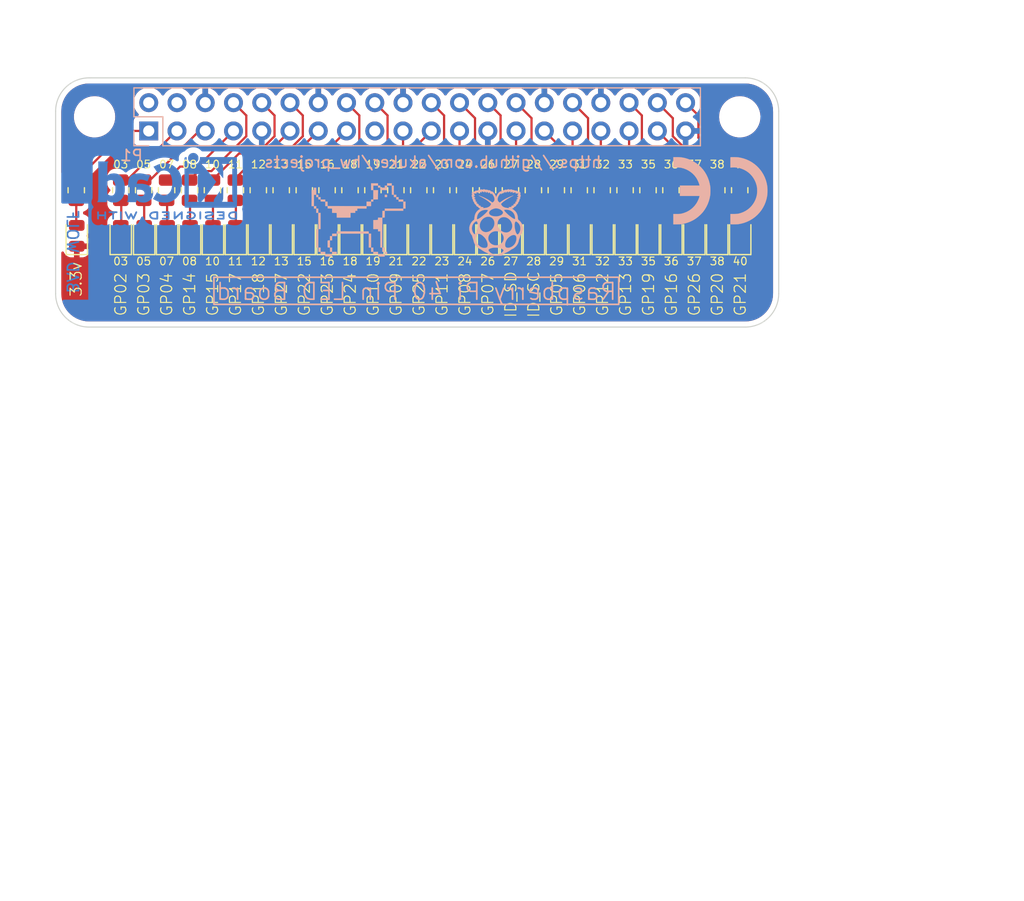
<source format=kicad_pcb>
(kicad_pcb (version 20211014) (generator pcbnew)
  (title_block (date "15 nov 2012"))
  (layers (0 "F.Cu" signal) (31 "B.Cu" signal) (34 "B.Paste" user) (35 "F.Paste" user) (36 "B.SilkS" user "B.Silkscreen") (37 "F.SilkS" user "F.Silkscreen") (38 "B.Mask" user) (39 "F.Mask" user) (44 "Edge.Cuts" user))
  (net 0 "")
  (net 1 "+3V3")
  (net 2 "+5V")
  (net 3 "GND")
  (net 4 "/ID_SD")
  (net 5 "/ID_SC")
  (net 6 "/GPIO5")
  (net 7 "/GPIO6")
  (net 8 "/GPIO26")
  (net 9 "/GPIO2(SDA1)")
  (net 10 "/GPIO3(SCL1)")
  (net 11 "/GPIO4(GCLK)")
  (net 12 "/GPIO14(TXD0)")
  (net 13 "/GPIO15(RXD0)")
  (net 14 "/GPIO17(GEN0)")
  (net 15 "/GPIO27(GEN2)")
  (net 16 "/GPIO22(GEN3)")
  (net 17 "/GPIO23(GEN4)")
  (net 18 "/GPIO24(GEN5)")
  (net 19 "/GPIO25(GEN6)")
  (net 20 "/GPIO18(GEN1)(PWM0)")
  (net 21 "/GPIO10(SPI0_MOSI)")
  (net 22 "/GPIO9(SPI0_MISO)")
  (net 23 "/GPIO11(SPI0_SCK)")
  (net 24 "/GPIO8(SPI0_CE_N)")
  (net 25 "/GPIO7(SPI1_CE_N)")
  (net 26 "/GPIO12(PWM0)")
  (net 27 "/GPIO13(PWM1)")
  (net 28 "/GPIO19(SPI1_MISO)")
  (net 29 "/GPIO16")
  (net 30 "/GPIO20(SPI1_MOSI)")
  (net 31 "/GPIO21(SPI1_SCK)")
  (net 32 "Net-(D1-Pad2)")
  (net 33 "Net-(D2-Pad2)")
  (net 34 "Net-(D3-Pad2)")
  (net 35 "Net-(D4-Pad2)")
  (net 36 "Net-(D5-Pad2)")
  (net 37 "Net-(D6-Pad2)")
  (net 38 "Net-(D7-Pad2)")
  (net 39 "Net-(D8-Pad2)")
  (net 40 "Net-(D9-Pad2)")
  (net 41 "Net-(D10-Pad2)")
  (net 42 "Net-(D11-Pad2)")
  (net 43 "Net-(D12-Pad2)")
  (net 44 "Net-(D13-Pad2)")
  (net 45 "Net-(D14-Pad2)")
  (net 46 "Net-(D15-Pad2)")
  (net 47 "Net-(D16-Pad2)")
  (net 48 "Net-(D17-Pad2)")
  (net 49 "Net-(D18-Pad2)")
  (net 50 "Net-(D19-Pad2)")
  (net 51 "Net-(D20-Pad2)")
  (net 52 "Net-(D21-Pad2)")
  (net 53 "Net-(D22-Pad2)")
  (net 54 "Net-(D23-Pad2)")
  (net 55 "Net-(D24-Pad2)")
  (net 56 "Net-(D25-Pad2)")
  (net 57 "Net-(D26-Pad2)")
  (net 58 "Net-(D27-Pad2)")
  (net 59 "Net-(D28-Pad2)")
  (net 60 "Net-(D29-Pad2)")
  (footprint "MountingHole:MountingHole_2.7mm_M2.5" (layer "F.Cu") (at 203.5 97.5 180)
    (fp_text reference "MK1" hide)
    (fp_text value "M2.5")
  )
  (footprint "MountingHole:MountingHole_2.7mm_M2.5" (layer "F.Cu") (at 261.5 97.5 180)
    (fp_text reference "MK2" hide)
    (fp_text value "M2.5")
  )
  (footprint "MountingHole:MountingHole_2.7mm_M2.5" (layer "F.Cu") (at 203.5 146.5)
    (fp_text reference "MK3" hide)
    (fp_text value "M2.5")
  )
  (footprint "MountingHole:MountingHole_2.7mm_M2.5" (layer "F.Cu") (at 261.5 146.5)
    (fp_text reference "MK4" hide)
    (fp_text value "M2.5")
  )
  (footprint "LED_SMD:LED_0805_2012Metric" (layer "F.Cu") (at 240.932138 108.2 90)
    (fp_text reference "D18" hide)
    (fp_text value "Yellow")
  )
  (footprint "LED_SMD:LED_0805_2012Metric" (layer "F.Cu") (at 236.81071 108.2 90)
    (fp_text reference "D16" hide)
    (fp_text value "Yellow")
  )
  (footprint "LED_SMD:LED_0805_2012Metric" (layer "F.Cu") (at 224.446426 108.2 90)
    (fp_text reference "D10" hide)
    (fp_text value "Yellow")
  )
  (footprint "Resistor_SMD:R_0805_2012Metric" (layer "F.Cu") (at 238.826424 104.1 -90)
    (fp_text reference "R17" hide)
    (fp_text value "10k")
  )
  (footprint "Resistor_SMD:R_0805_2012Metric" (layer "F.Cu") (at 214.097856 104.1 -90)
    (fp_text reference "R5" hide)
    (fp_text value "10k")
  )
  (footprint "LED_SMD:LED_0805_2012Metric" (layer "F.Cu") (at 257.41785 108.2 90)
    (fp_text reference "D26" hide)
    (fp_text value "Yellow")
  )
  (footprint "LED_SMD:LED_0805_2012Metric" (layer "F.Cu") (at 226.50714 108.2 90)
    (fp_text reference "D11" hide)
    (fp_text value "Yellow")
  )
  (footprint "LED_SMD:LED_0805_2012Metric" (layer "F.Cu") (at 205.855 108.2 90)
    (fp_text reference "D1" hide)
    (fp_text value "Yellow")
  )
  (footprint "Resistor_SMD:R_0805_2012Metric" (layer "F.Cu") (at 207.915714 104.1 -90)
    (fp_text reference "R2" hide)
    (fp_text value "10k")
  )
  (footprint "LED_SMD:LED_0805_2012Metric" (layer "F.Cu") (at 249.174994 108.2 90)
    (fp_text reference "D22" hide)
    (fp_text value "Yellow")
  )
  (footprint "Resistor_SMD:R_0805_2012Metric" (layer "F.Cu") (at 257.37285 104.1 -90)
    (fp_text reference "R26" hide)
    (fp_text value "10k")
  )
  (footprint "Resistor_SMD:R_0805_2012Metric" (layer "F.Cu") (at 228.522854 104.1 -90)
    (fp_text reference "R12" hide)
    (fp_text value "10k")
  )
  (footprint "LED_SMD:LED_0805_2012Metric" (layer "F.Cu") (at 201.9 108.2 90)
    (fp_text reference "D29" hide)
    (fp_text value "Yellow")
  )
  (footprint "Resistor_SMD:R_0805_2012Metric" (layer "F.Cu") (at 255.312136 104.1 -90)
    (fp_text reference "R25" hide)
    (fp_text value "10k")
  )
  (footprint "Resistor_SMD:R_0805_2012Metric" (layer "F.Cu") (at 226.46214 104.1 -90)
    (fp_text reference "R11" hide)
    (fp_text value "10k")
  )
  (footprint "LED_SMD:LED_0805_2012Metric" (layer "F.Cu") (at 230.628568 108.2 90)
    (fp_text reference "D13" hide)
    (fp_text value "Yellow")
  )
  (footprint "LED_SMD:LED_0805_2012Metric" (layer "F.Cu") (at 247.11428 108.2 90)
    (fp_text reference "D21" hide)
    (fp_text value "Yellow")
  )
  (footprint "Resistor_SMD:R_0805_2012Metric" (layer "F.Cu") (at 245.008566 104.1 -90)
    (fp_text reference "R20" hide)
    (fp_text value "10k")
  )
  (footprint "Resistor_SMD:R_0805_2012Metric" (layer "F.Cu") (at 224.401426 104.1 -90)
    (fp_text reference "R10" hide)
    (fp_text value "10k")
  )
  (footprint "Resistor_SMD:R_0805_2012Metric" (layer "F.Cu") (at 261.494278 104.1 -90)
    (fp_text reference "R28" hide)
    (fp_text value "10k")
  )
  (footprint "Resistor_SMD:R_0805_2012Metric" (layer "F.Cu") (at 259.433564 104.1 -90)
    (fp_text reference "R27" hide)
    (fp_text value "10k")
  )
  (footprint "Resistor_SMD:R_0805_2012Metric" (layer "F.Cu") (at 216.15857 104.1 -90)
    (fp_text reference "R6" hide)
    (fp_text value "10k")
  )
  (footprint "LED_SMD:LED_0805_2012Metric" (layer "F.Cu") (at 228.567854 108.2 90)
    (fp_text reference "D12" hide)
    (fp_text value "Yellow")
  )
  (footprint "LED_SMD:LED_0805_2012Metric" (layer "F.Cu") (at 259.478564 108.2 90)
    (fp_text reference "D27" hide)
    (fp_text value "Yellow")
  )
  (footprint "LED_SMD:LED_0805_2012Metric" (layer "F.Cu") (at 261.539278 108.2 90)
    (fp_text reference "D28" hide)
    (fp_text value "Yellow")
  )
  (footprint "LED_SMD:LED_0805_2012Metric" (layer "F.Cu") (at 222.385712 108.2 90)
    (fp_text reference "D9" hide)
    (fp_text value "Yellow")
  )
  (footprint "LED_SMD:LED_0805_2012Metric" (layer "F.Cu") (at 207.960714 108.2 90)
    (fp_text reference "D2" hide)
    (fp_text value "Yellow")
  )
  (footprint "Resistor_SMD:R_0805_2012Metric" (layer "F.Cu") (at 240.887138 104.1 -90)
    (fp_text reference "R18" hide)
    (fp_text value "10k")
  )
  (footprint "Resistor_SMD:R_0805_2012Metric" (layer "F.Cu") (at 201.855 104.1 -90)
    (fp_text reference "R29" hide)
    (fp_text value "10k")
  )
  (footprint "LED_SMD:LED_0805_2012Metric" (layer "F.Cu") (at 214.142856 108.2 90)
    (fp_text reference "D5" hide)
    (fp_text value "Yellow")
  )
  (footprint "Resistor_SMD:R_0805_2012Metric" (layer "F.Cu") (at 205.855 104.1 -90)
    (fp_text reference "R1" hide)
    (fp_text value "10k")
  )
  (footprint "LED_SMD:LED_0805_2012Metric" (layer "F.Cu") (at 212.082142 108.2 90)
    (fp_text reference "D4" hide)
    (fp_text value "Yellow")
  )
  (footprint "LED_SMD:LED_0805_2012Metric" (layer "F.Cu") (at 251.235708 108.2 90)
    (fp_text reference "D23" hide)
    (fp_text value "Yellow")
  )
  (footprint "Resistor_SMD:R_0805_2012Metric" (layer "F.Cu") (at 220.279998 104.1 -90)
    (fp_text reference "R8" hide)
    (fp_text value "10k")
  )
  (footprint "LED_SMD:LED_0805_2012Metric" (layer "F.Cu") (at 220.324998 108.2 90)
    (fp_text reference "D8" hide)
    (fp_text value "Yellow")
  )
  (footprint "LED_SMD:LED_0805_2012Metric" (layer "F.Cu") (at 210.021428 108.2 90)
    (fp_text reference "D3" hide)
    (fp_text value "Yellow")
  )
  (footprint "LED_SMD:LED_0805_2012Metric" (layer "F.Cu") (at 218.264284 108.2 90)
    (fp_text reference "D7" hide)
    (fp_text value "Yellow")
  )
  (footprint "Resistor_SMD:R_0805_2012Metric" (layer "F.Cu") (at 236.76571 104.1 -90)
    (fp_text reference "R16" hide)
    (fp_text value "10k")
  )
  (footprint "LED_SMD:LED_0805_2012Metric" (layer "F.Cu") (at 245.053566 108.2 90)
    (fp_text reference "D20" hide)
    (fp_text value "Yellow")
  )
  (footprint "LED_SMD:LED_0805_2012Metric" (layer "F.Cu") (at 253.296422 108.2 90)
    (fp_text reference "D24" hide)
    (fp_text value "Yellow")
  )
  (footprint "Resistor_SMD:R_0805_2012Metric" (layer "F.Cu") (at 242.947852 104.1 -90)
    (fp_text reference "R19" hide)
    (fp_text value "10k")
  )
  (footprint "Resistor_SMD:R_0805_2012Metric" (layer "F.Cu") (at 230.583568 104.1 -90)
    (fp_text reference "R13" hide)
    (fp_text value "10k")
  )
  (footprint "Resistor_SMD:R_0805_2012Metric" (layer "F.Cu") (at 209.976428 104.1 -90)
    (fp_text reference "R3" hide)
    (fp_text value "10k")
  )
  (footprint "Resistor_SMD:R_0805_2012Metric" (layer "F.Cu") (at 247.06928 104.1 -90)
    (fp_text reference "R21" hide)
    (fp_text value "10k")
  )
  (footprint "LED_SMD:LED_0805_2012Metric" (layer "F.Cu") (at 232.689282 108.2 90)
    (fp_text reference "D14" hide)
    (fp_text value "Yellow")
  )
  (footprint "Resistor_SMD:R_0805_2012Metric" (layer "F.Cu") (at 251.190708 104.1 -90)
    (fp_text reference "R23" hide)
    (fp_text value "10k")
  )
  (footprint "Resistor_SMD:R_0805_2012Metric" (layer "F.Cu") (at 234.704996 104.1 -90)
    (fp_text reference "R15" hide)
    (fp_text value "10k")
  )
  (footprint "Resistor_SMD:R_0805_2012Metric" (layer "F.Cu") (at 253.251422 104.1 -90)
    (fp_text reference "R24" hide)
    (fp_text value "10k")
  )
  (footprint "LED_SMD:LED_0805_2012Metric" (layer "F.Cu") (at 255.357136 108.2 90)
    (fp_text reference "D25" hide)
    (fp_text value "Yellow")
  )
  (footprint "LED_SMD:LED_0805_2012Metric" (layer "F.Cu") (at 234.749996 108.2 90)
    (fp_text reference "D15" hide)
    (fp_text value "Yellow")
  )
  (footprint "Resistor_SMD:R_0805_2012Metric" (layer "F.Cu") (at 222.355 104.1 -90)
    (fp_text reference "R9" hide)
    (fp_text value "10k")
  )
  (footprint "LED_SMD:LED_0805_2012Metric" (layer "F.Cu") (at 242.992852 108.2 90)
    (fp_text reference "D19" hide)
    (fp_text value "Yellow")
  )
  (footprint "Resistor_SMD:R_0805_2012Metric" (layer "F.Cu") (at 232.644282 104.1 -90)
    (fp_text reference "R14" hide)
    (fp_text value "10k")
  )
  (footprint "Resistor_SMD:R_0805_2012Metric" (layer "F.Cu") (at 218.219284 104.1 -90)
    (fp_text reference "R7" hide)
    (fp_text value "10k")
  )
  (footprint "LED_SMD:LED_0805_2012Metric" (layer "F.Cu") (at 216.20357 108.2 90)
    (fp_text reference "D6" hide)
    (fp_text value "Yellow")
  )
  (footprint "Resistor_SMD:R_0805_2012Metric" (layer "F.Cu") (at 249.129994 104.1 -90)
    (fp_text reference "R22" hide)
    (fp_text value "10k")
  )
  (footprint "LED_SMD:LED_0805_2012Metric" (layer "F.Cu") (at 238.871424 108.2 90)
    (fp_text reference "D17" hide)
    (fp_text value "Yellow")
  )
  (footprint "Resistor_SMD:R_0805_2012Metric" (layer "F.Cu") (at 212.037142 104.1 -90)
    (fp_text reference "R4" hide)
    (fp_text value "10k")
  )
  (footprint "Connector_PinSocket_2.54mm:PinSocket_2x20_P2.54mm_Vertical" (layer "B.Cu") (at 208.37 98.77 -90)
    (fp_text reference "P1")
    (fp_text value "Conn_02x20_Odd_Even")
  )
  (footprint "footprints:pi_logo" (layer "B.Cu") (at 239.6 107.05 180)
    (fp_text reference "G***" hide)
    (fp_text value "LOGO" hide)
  )
  (footprint "footprints:dogcow" (layer "B.Cu") (at 227.22 106.78 180)
    (fp_text reference "G***" hide)
    (fp_text value "LOGO" hide)
  )
  (footprint "Symbol:KiCad-Logo2_5mm_Copper" (layer "B.Cu") (at 210.03 103.73 180)
    (fp_text reference "REF**" hide)
    (fp_text value "KiCad-Logo2_5mm_Copper" hide)
  )
  (footprint "Symbol:CE-Logo_8.5x6mm_SilkScreen" (layer "B.Cu") (at 259.76 104.14 180)
    (fp_text reference "REF**" hide)
    (fp_text value "CE-Logo_8.5x6mm_SilkScreen" hide)
  )
  (gr_rect (start 250.62 111.92) (end 214.23 114.36) (layer "B.SilkS") (width 0.15) (fill none))
  (gr_arc (start 262 94) (mid 264.12132 94.87868) (end 265 97) (layer "Edge.Cuts") (width 0.1))
  (gr_line (start 262 94) (end 203 94) (layer "Edge.Cuts") (width 0.1))
  (gr_line (start 203 116.4) (end 262 116.4) (layer "Edge.Cuts") (width 0.1))
  (gr_arc (start 200 97) (mid 200.87868 94.87868) (end 203 94) (layer "Edge.Cuts") (width 0.1))
  (gr_arc (start 203 116.4) (mid 200.87868 115.52132) (end 200 113.4) (layer "Edge.Cuts") (width 0.1))
  (gr_arc (start 265 113.4) (mid 264.12132 115.52132) (end 262 116.4) (layer "Edge.Cuts") (width 0.1))
  (gr_line (start 265 113.4) (end 265 97) (layer "Edge.Cuts") (width 0.1))
  (gr_line (start 200 97) (end 200 113.4) (layer "Edge.Cuts") (width 0.1))
  (gr_text "BAD WOLF" (at 201.51 109.62 -90) (layer "B.Cu") (effects (font (size 1 1)) (justify mirror)))
  (gr_text "https://github.com/akuker/hw_projects" (at 233.91 101.57) (layer "B.SilkS") (effects (font (size 1 1)) (justify mirror)))
  (gr_text "Raspberry Pi 40 Pin LED Board" (at 232.43 113.21) (layer "B.SilkS") (effects (font (size 1.5 1.5)) (justify mirror)))
  (gr_text "GP09" (at 230.60356 113.47 90) (layer "F.SilkS") (effects (font (size 1 1) (thickness 0.1))))
  (gr_text "21" (at 230.59904 101.78) (layer "F.SilkS") (effects (font (size 0.7 0.7) (thickness 0.1))))
  (gr_text "12" (at 218.22476 110.49) (layer "F.SilkS") (effects (font (size 0.7 0.7) (thickness 0.1))))
  (gr_text "28" (at 242.97332 110.49) (layer "F.SilkS") (effects (font (size 0.7 0.7) (thickness 0.1))))
  (gr_text "21" (at 230.59904 110.49) (layer "F.SilkS") (effects (font (size 0.7 0.7) (thickness 0.1))))
  (gr_text "24" (at 236.78618 101.78) (layer "F.SilkS") (effects (font (size 0.7 0.7) (thickness 0.1))))
  (gr_text "23" (at 234.7238 101.78) (layer "F.SilkS") (effects (font (size 0.7 0.7) (thickness 0.1))))
  (gr_text "GP26" (at 257.4145 113.47 90) (layer "F.SilkS") (effects (font (size 1 1) (thickness 0.1))))
  (gr_text "13" (at 220.28714 110.49) (layer "F.SilkS") (effects (font (size 0.7 0.7) (thickness 0.1))))
  (gr_text "GP02" (at 205.855 113.47 90) (layer "F.SilkS") (effects (font (size 1 1) (thickness 0.1))))
  (gr_text "32" (at 249.16046 110.49) (layer "F.SilkS") (effects (font (size 0.7 0.7) (thickness 0.1))))
  (gr_text "3.3v" (at 201.84 112.11 90) (layer "F.SilkS") (effects (font (size 1 1) (thickness 0.1))))
  (gr_text "GP04" (at 209.97976 113.47 90) (layer "F.SilkS") (effects (font (size 1 1) (thickness 0.1))))
  (gr_text "18" (at 226.47428 101.78) (layer "F.SilkS") (effects (font (size 0.7 0.7) (thickness 0.1))))
  (gr_text "31" (at 247.09808 110.49) (layer "F.SilkS") (effects (font (size 0.7 0.7) (thickness 0.1))))
  (gr_text "29" (at 245.0357 110.49) (layer "F.SilkS") (effects (font (size 0.7 0.7) (thickness 0.1))))
  (gr_text "31" (at 247.09808 101.78) (layer "F.SilkS") (effects (font (size 0.7 0.7) (thickness 0.1))))
  (gr_text "33" (at 251.22284 101.78) (layer "F.SilkS") (effects (font (size 0.7 0.7) (thickness 0.1))))
  (gr_text "37" (at 257.40998 110.49) (layer "F.SilkS") (effects (font (size 0.7 0.7) (thickness 0.1))))
  (gr_text "GP13" (at 251.22736 113.47 90) (layer "F.SilkS") (effects (font (size 1 1) (thickness 0.1))))
  (gr_text "12" (at 218.22476 101.78) (layer "F.SilkS") (effects (font (size 0.7 0.7) (thickness 0.1))))
  (gr_text "40" (at 261.534758 101.78) (layer "F.SilkS") (effects (font (size 0.7 0.7) (thickness 0.1))))
  (gr_text "GP17" (at 216.1669 113.47 90) (layer "F.SilkS") (effects (font (size 1 1) (thickness 0.1))))
  (gr_text "19" (at 228.53666 101.78) (layer "F.SilkS") (effects (font (size 0.7 0.7) (thickness 0.1))))
  (gr_text "15" (at 222.34952 101.78) (layer "F.SilkS") (effects (font (size 0.7 0.7) (thickness 0.1))))
  (gr_text "GP23" (at 224.41642 113.47 90) (layer "F.SilkS") (effects (font (size 1 1) (thickness 0.1))))
  (gr_text "33" (at 251.22284 110.49) (layer "F.SilkS") (effects (font (size 0.7 0.7) (thickness 0.1))))
  (gr_text "13" (at 220.28714 101.78) (layer "F.SilkS") (effects (font (size 0.7 0.7) (thickness 0.1))))
  (gr_text "GP15" (at 214.10452 113.47 90) (layer "F.SilkS") (effects (font (size 1 1) (thickness 0.1))))
  (gr_text "07" (at 209.97524 110.49) (layer "F.SilkS") (effects (font (size 0.7 0.7) (thickness 0.1))))
  (gr_text "10" (at 214.1 101.78) (layer "F.SilkS") (effects (font (size 0.7 0.7) (thickness 0.1))))
  (gr_text "GP07" (at 238.85308 113.47 90) (layer "F.SilkS") (effects (font (size 1 1) (thickness 0.1))))
  (gr_text "38" (at 259.47236 101.78) (layer "F.SilkS") (effects (font (size 0.7 0.7) (thickness 0.1))))
  (gr_text "37" (at 257.40998 101.78) (layer "F.SilkS") (effects (font (size 0.7 0.7) (thickness 0.1))))
  (gr_text "03" (at 205.85048 110.49) (layer "F.SilkS") (effects (font (size 0.7 0.7) (thickness 0.1))))
  (gr_text "27" (at 240.91094 101.78) (layer "F.SilkS") (effects (font (size 0.7 0.7) (thickness 0.1))))
  (gr_text "GP08" (at 236.7907 113.47 90) (layer "F.SilkS") (effects (font (size 1 1) (thickness 0.1))))
  (gr_text "GP03" (at 207.91738 113.47 90) (layer "F.SilkS") (effects (font (size 1 1) (thickness 0.1))))
  (gr_text "GP20" (at 259.47688 113.47 90) (layer "F.SilkS") (effects (font (size 1 1) (thickness 0.1))))
  (gr_text "GP24" (at 226.4788 113.47 90) (layer "F.SilkS") (effects (font (size 1 1) (thickness 0.1))))
  (gr_text "ID_SD" (at 240.91546 113.47 90) (layer "F.SilkS") (effects (font (size 1 1) (thickness 0.1))))
  (gr_text "26" (at 238.84856 101.78) (layer "F.SilkS") (effects (font (size 0.7 0.7) (thickness 0.1))))
  (gr_text "24" (at 236.78618 110.49) (layer "F.SilkS") (effects (font (size 0.7 0.7) (thickness 0.1))))
  (gr_text "32" (at 249.16046 101.78) (layer "F.SilkS") (effects (font (size 0.7 0.7) (thickness 0.1))))
  (gr_text "03" (at 205.85048 101.78) (layer "F.SilkS") (effects (font (size 0.7 0.7) (thickness 0.1))))
  (gr_text "GP22" (at 222.35404 113.47 90) (layer "F.SilkS") (effects (font (size 1 1) (thickness 0.1))))
  (gr_text "05" (at 207.91286 110.49) (layer "F.SilkS") (effects (font (size 0.7 0.7) (thickness 0.1))))
  (gr_text "GP21" (at 261.539278 113.47 90) (layer "F.SilkS") (effects (font (size 1 1) (thickness 0.1))))
  (gr_text "GP16" (at 255.35212 113.47 90) (layer "F.SilkS") (effects (font (size 1 1) (thickness 0.1))))
  (gr_text "16" (at 224.4119 110.49) (layer "F.SilkS") (effects (font (size 0.7 0.7) (thickness 0.1))))
  (gr_text "15" (at 222.34952 110.49) (layer "F.SilkS") (effects (font (size 0.7 0.7) (thickness 0.1))))
  (gr_text "16" (at 224.4119 101.78) (layer "F.SilkS") (effects (font (size 0.7 0.7) (thickness 0.1))))
  (gr_text "22" (at 232.66142 101.78) (layer "F.SilkS") (effects (font (size 0.7 0.7) (thickness 0.1))))
  (gr_text "36" (at 255.3476 110.49) (layer "F.SilkS") (effects (font (size 0.7 0.7) (thickness 0.1))))
  (gr_text "35" (at 253.28522 101.78) (layer "F.SilkS") (effects (font (size 0.7 0.7) (thickness 0.1))))
  (gr_text "26" (at 238.84856 110.49) (layer "F.SilkS") (effects (font (size 0.7 0.7) (thickness 0.1))))
  (gr_text "GP06" (at 247.1026 113.47 90) (layer "F.SilkS") (effects (font (size 1 1) (thickness 0.1))))
  (gr_text "GP18" (at 218.22928 113.47 90) (layer "F.SilkS") (effects (font (size 1 1) (thickness 0.1))))
  (gr_text "27" (at 240.91094 110.49) (layer "F.SilkS") (effects (font (size 0.7 0.7) (thickness 0.1))))
  (gr_text "GP10" (at 228.54118 113.47 90) (layer "F.SilkS") (effects (font (size 1 1) (thickness 0.1))))
  (gr_text "11" (at 216.16238 110.49) (layer "F.SilkS") (effects (font (size 0.7 0.7) (thickness 0.1))))
  (gr_text "GP05" (at 245.04022 113.47 90) (layer "F.SilkS") (effects (font (size 1 1) (thickness 0.1))))
  (gr_text "GP14" (at 212.04214 113.47 90) (layer "F.SilkS") (effects (font (size 1 1) (thickness 0.1))))
  (gr_text "38" (at 259.47236 110.49) (layer "F.SilkS") (effects (font (size 0.7 0.7) (thickness 0.1))))
  (gr_text "18" (at 226.47428 110.49) (layer "F.SilkS") (effects (font (size 0.7 0.7) (thickness 0.1))))
  (gr_text "08" (at 212.03762 110.49) (layer "F.SilkS") (effects (font (size 0.7 0.7) (thickness 0.1))))
  (gr_text "23" (at 234.7238 110.49) (layer "F.SilkS") (effects (font (size 0.7 0.7) (thickness 0.1))))
  (gr_text "GP27" (at 220.29166 113.47 90) (layer "F.SilkS") (effects (font (size 1 1) (thickness 0.1))))
  (gr_text "10" (at 214.1 110.49) (layer "F.SilkS") (effects (font (size 0.7 0.7) (thickness 0.1))))
  (gr_text "29" (at 245.0357 101.78) (layer "F.SilkS") (effects (font (size 0.7 0.7) (thickness 0.1))))
  (gr_text "36" (at 255.3476 101.78) (layer "F.SilkS") (effects (font (size 0.7 0.7) (thickness 0.1))))
  (gr_text "05" (at 207.91286 101.78) (layer "F.SilkS") (effects (font (size 0.7 0.7) (thickness 0.1))))
  (gr_text "19" (at 228.53666 110.49) (layer "F.SilkS") (effects (font (size 0.7 0.7) (thickness 0.1))))
  (gr_text "35" (at 253.28522 110.49) (layer "F.SilkS") (effects (font (size 0.7 0.7) (thickness 0.1))))
  (gr_text "GP25" (at 232.66594 113.47 90) (layer "F.SilkS") (effects (font (size 1 1) (thickness 0.1))))
  (gr_text "28" (at 242.97332 101.78) (layer "F.SilkS") (effects (font (size 0.7 0.7) (thickness 0.1))))
  (gr_text "GP19" (at 253.28974 113.47 90) (layer "F.SilkS") (effects (font (size 1 1) (thickness 0.1))))
  (gr_text "GP12" (at 249.16498 113.47 90) (layer "F.SilkS") (effects (font (size 1 1) (thickness 0.1))))
  (gr_text "07" (at 209.97524 101.78) (layer "F.SilkS") (effects (font (size 0.7 0.7) (thickness 0.1))))
  (gr_text "40" (at 261.534758 110.49) (layer "F.SilkS") (effects (font (size 0.7 0.7) (thickness 0.1))))
  (gr_text "ID_SC" (at 242.97784 113.47 90) (layer "F.SilkS") (effects (font (size 1 1) (thickness 0.1))))
  (gr_text "22" (at 232.66142 110.49) (layer "F.SilkS") (effects (font (size 0.7 0.7) (thickness 0.1))))
  (gr_text "08" (at 212.03762 101.78) (layer "F.SilkS") (effects (font (size 0.7 0.7) (thickness 0.1))))
  (gr_text "GP11" (at 234.72832 113.47 90) (layer "F.SilkS") (effects (font (size 1 1) (thickness 0.1))))
  (gr_text "11" (at 216.16238 101.78) (layer "F.SilkS") (effects (font (size 0.7 0.7) (thickness 0.1))))
  (segment (start 208.37 98.77) (end 206.2725 98.77) (width 0.2) (layer "F.Cu") (net 1))
  (segment (start 206.2725 98.77) (end 201.855 103.1875) (width 0.2) (layer "F.Cu") (net 1))
  (segment (start 241.39 98.77) (end 241.39 102.684638) (width 0.2) (layer "F.Cu") (net 4))
  (segment (start 241.39 102.684638) (end 240.887138 103.1875) (width 0.2) (layer "F.Cu") (net 4))
  (segment (start 242.780489 103.020137) (end 242.947852 103.1875) (width 0.2) (layer "F.Cu") (net 5))
  (segment (start 242.780489 97.620489) (end 242.780489 103.020137) (width 0.2) (layer "F.Cu") (net 5))
  (segment (start 241.39 96.23) (end 242.780489 97.620489) (width 0.2) (layer "F.Cu") (net 5))
  (segment (start 245.008566 99.848566) (end 245.008566 103.1875) (width 0.2) (layer "F.Cu") (net 6))
  (segment (start 243.93 98.77) (end 245.008566 99.848566) (width 0.2) (layer "F.Cu") (net 6))
  (segment (start 246.47 98.77) (end 246.47 102.58822) (width 0.2) (layer "F.Cu") (net 7))
  (segment (start 246.47 102.58822) (end 247.06928 103.1875) (width 0.2) (layer "F.Cu") (net 7))
  (segment (start 254.09 98.77) (end 257.37285 102.05285) (width 0.2) (layer "F.Cu") (net 8))
  (segment (start 257.37285 102.05285) (end 257.37285 103.1875) (width 0.2) (layer "F.Cu") (net 8))
  (segment (start 210.91 98.77) (end 210.843576 98.77) (width 0.2) (layer "F.Cu") (net 9))
  (segment (start 206.426076 103.1875) (end 205.855 103.1875) (width 0.2) (layer "F.Cu") (net 9))
  (segment (start 210.843576 98.77) (end 206.426076 103.1875) (width 0.2) (layer "F.Cu") (net 9))
  (segment (start 213.45 98.77) (end 212.90429 98.77) (width 0.2) (layer "F.Cu") (net 10))
  (segment (start 208.48679 103.1875) (end 207.915714 103.1875) (width 0.2) (layer "F.Cu") (net 10))
  (segment (start 212.90429 98.77) (end 208.48679 103.1875) (width 0.2) (layer "F.Cu") (net 10))
  (segment (start 212.784031 101.975969) (end 215.99 98.77) (width 0.2) (layer "F.Cu") (net 11))
  (segment (start 211.187959 101.975969) (end 212.784031 101.975969) (width 0.2) (layer "F.Cu") (net 11))
  (segment (start 209.976428 103.1875) (end 211.187959 101.975969) (width 0.2) (layer "F.Cu") (net 11))
  (segment (start 214.010175 102.37548) (end 212.849162 102.37548) (width 0.2) (layer "F.Cu") (net 12))
  (segment (start 212.849162 102.37548) (end 212.037142 103.1875) (width 0.2) (layer "F.Cu") (net 12))
  (segment (start 217.139511 97.379511) (end 217.139511 99.246144) (width 0.2) (layer "F.Cu") (net 12))
  (segment (start 215.99 96.23) (end 217.139511 97.379511) (width 0.2) (layer "F.Cu") (net 12))
  (segment (start 217.139511 99.246144) (end 214.010175 102.37548) (width 0.2) (layer "F.Cu") (net 12))
  (segment (start 219.679511 97.379511) (end 219.679511 99.246144) (width 0.2) (layer "F.Cu") (net 13))
  (segment (start 218.125166 100.800489) (end 216.484867 100.800489) (width 0.2) (layer "F.Cu") (net 13))
  (segment (start 218.53 96.23) (end 219.679511 97.379511) (width 0.2) (layer "F.Cu") (net 13))
  (segment (start 219.679511 99.246144) (end 218.125166 100.800489) (width 0.2) (layer "F.Cu") (net 13))
  (segment (start 216.484867 100.800489) (end 214.097856 103.1875) (width 0.2) (layer "F.Cu") (net 13))
  (segment (start 218.64 101.2) (end 218 101.2) (width 0.2) (layer "F.Cu") (net 14))
  (segment (start 221.07 98.77) (end 218.64 101.2) (width 0.2) (layer "F.Cu") (net 14))
  (segment (start 218 101.2) (end 216.15857 103.04143) (width 0.2) (layer "F.Cu") (net 14))
  (segment (start 216.15857 103.04143) (end 216.15857 103.1875) (width 0.2) (layer "F.Cu") (net 14))
  (segment (start 223.61 98.77) (end 220.279998 102.100002) (width 0.2) (layer "F.Cu") (net 15))
  (segment (start 220.279998 102.100002) (end 220.279998 103.1875) (width 0.2) (layer "F.Cu") (net 15))
  (segment (start 226.15 98.77) (end 222.355 102.565) (width 0.2) (layer "F.Cu") (net 16))
  (segment (start 222.355 102.565) (end 222.355 103.1875) (width 0.2) (layer "F.Cu") (net 16))
  (segment (start 227.299511 97.379511) (end 227.299511 100.289415) (width 0.2) (layer "F.Cu") (net 17))
  (segment (start 226.15 96.23) (end 227.299511 97.379511) (width 0.2) (layer "F.Cu") (net 17))
  (segment (start 227.299511 100.289415) (end 224.401426 103.1875) (width 0.2) (layer "F.Cu") (net 17))
  (segment (start 228.69 96.23) (end 229.839511 97.379511) (width 0.2) (layer "F.Cu") (net 18))
  (segment (start 229.839511 97.379511) (end 229.839511 99.810129) (width 0.2) (layer "F.Cu") (net 18))
  (segment (start 229.839511 99.810129) (end 226.46214 103.1875) (width 0.2) (layer "F.Cu") (net 18))
  (segment (start 234.919511 100.912271) (end 232.644282 103.1875) (width 0.2) (layer "F.Cu") (net 19))
  (segment (start 234.919511 97.379511) (end 234.919511 100.912271) (width 0.2) (layer "F.Cu") (net 19))
  (segment (start 233.77 96.23) (end 234.919511 97.379511) (width 0.2) (layer "F.Cu") (net 19))
  (segment (start 221.07 96.23) (end 222.219511 97.379511) (width 0.2) (layer "F.Cu") (net 20))
  (segment (start 222.219511 97.379511) (end 222.219511 99.246144) (width 0.2) (layer "F.Cu") (net 20))
  (segment (start 218.278155 103.1875) (end 218.219284 103.1875) (width 0.2) (layer "F.Cu") (net 20))
  (segment (start 222.219511 99.246144) (end 218.278155 103.1875) (width 0.2) (layer "F.Cu") (net 20))
  (segment (start 231.23 100.07) (end 228.522854 102.777146) (width 0.2) (layer "F.Cu") (net 21))
  (segment (start 228.522854 102.777146) (end 228.522854 103.1875) (width 0.2) (layer "F.Cu") (net 21))
  (segment (start 231.23 98.77) (end 231.23 100.07) (width 0.2) (layer "F.Cu") (net 21))
  (segment (start 230.583568 101.956432) (end 230.583568 103.1875) (width 0.2) (layer "F.Cu") (net 22))
  (segment (start 233.77 98.77) (end 230.583568 101.956432) (width 0.2) (layer "F.Cu") (net 22))
  (segment (start 236.31 101.582496) (end 234.704996 103.1875) (width 0.2) (layer "F.Cu") (net 23))
  (segment (start 236.31 98.77) (end 236.31 101.582496) (width 0.2) (layer "F.Cu") (net 23))
  (segment (start 237.700489 97.620489) (end 237.700489 102.252721) (width 0.2) (layer "F.Cu") (net 24))
  (segment (start 237.700489 102.252721) (end 236.76571 103.1875) (width 0.2) (layer "F.Cu") (net 24))
  (segment (start 236.31 96.23) (end 237.700489 97.620489) (width 0.2) (layer "F.Cu") (net 24))
  (segment (start 239.999511 102.014413) (end 238.826424 103.1875) (width 0.2) (layer "F.Cu") (net 25))
  (segment (start 238.85 96.23) (end 239.999511 97.379511) (width 0.2) (layer "F.Cu") (net 25))
  (segment (start 239.999511 97.379511) (end 239.999511 102.014413) (width 0.2) (layer "F.Cu") (net 25))
  (segment (start 246.47 96.23) (end 247.860489 97.620489) (width 0.2) (layer "F.Cu") (net 26))
  (segment (start 247.860489 101.917995) (end 249.129994 103.1875) (width 0.2) (layer "F.Cu") (net 26))
  (segment (start 247.860489 97.620489) (end 247.860489 101.917995) (width 0.2) (layer "F.Cu") (net 26))
  (segment (start 249.01 98.77) (end 249.01 101.006792) (width 0.2) (layer "F.Cu") (net 27))
  (segment (start 249.01 101.006792) (end 251.190708 103.1875) (width 0.2) (layer "F.Cu") (net 27))
  (segment (start 251.55 101.486078) (end 253.251422 103.1875) (width 0.2) (layer "F.Cu") (net 28))
  (segment (start 251.55 98.77) (end 251.55 101.486078) (width 0.2) (layer "F.Cu") (net 28))
  (segment (start 251.55 96.23) (end 252.699511 97.379511) (width 0.2) (layer "F.Cu") (net 29))
  (segment (start 252.699511 100.574875) (end 255.312136 103.1875) (width 0.2) (layer "F.Cu") (net 29))
  (segment (start 252.699511 97.379511) (end 252.699511 100.574875) (width 0.2) (layer "F.Cu") (net 29))
  (segment (start 255.480489 97.620489) (end 255.480489 99.246144) (width 0.2) (layer "F.Cu") (net 30))
  (segment (start 255.480489 99.246144) (end 259.421845 103.1875) (width 0.2) (layer "F.Cu") (net 30))
  (segment (start 259.421845 103.1875) (end 259.433564 103.1875) (width 0.2) (layer "F.Cu") (net 30))
  (segment (start 254.09 96.23) (end 255.480489 97.620489) (width 0.2) (layer "F.Cu") (net 30))
  (segment (start 257.779511 97.379511) (end 257.779511 99.379511) (width 0.2) (layer "F.Cu") (net 31))
  (segment (start 256.63 96.23) (end 257.779511 97.379511) (width 0.2) (layer "F.Cu") (net 31))
  (segment (start 257.779511 99.379511) (end 261.494278 103.094278) (width 0.2) (layer "F.Cu") (net 31))
  (segment (start 261.494278 103.094278) (end 261.494278 103.1875) (width 0.2) (layer "F.Cu") (net 31))
  (segment (start 205.9 105.0575) (end 205.855 105.0125) (width 0.2) (layer "F.Cu") (net 32))
  (segment (start 205.9 107.2625) (end 205.9 105.0575) (width 0.2) (layer "F.Cu") (net 32))
  (segment (start 207.960714 107.2625) (end 207.960714 105.0575) (width 0.2) (layer "F.Cu") (net 33))
  (segment (start 207.960714 105.0575) (end 207.915714 105.0125) (width 0.2) (layer "F.Cu") (net 33))
  (segment (start 210.021428 105.0575) (end 209.976428 105.0125) (width 0.2) (layer "F.Cu") (net 34))
  (segment (start 210.021428 107.2625) (end 210.021428 105.0575) (width 0.2) (layer "F.Cu") (net 34))
  (segment (start 212.082142 107.2625) (end 212.082142 105.0575) (width 0.2) (layer "F.Cu") (net 35))
  (segment (start 212.082142 105.0575) (end 212.037142 105.0125) (width 0.2) (layer "F.Cu") (net 35))
  (segment (start 214.142856 107.2625) (end 214.142856 105.0575) (width 0.2) (layer "F.Cu") (net 36))
  (segment (start 214.142856 105.0575) (end 214.097856 105.0125) (width 0.2) (layer "F.Cu") (net 36))
  (segment (start 216.20357 107.2625) (end 216.20357 105.0575) (width 0.2) (layer "F.Cu") (net 37))
  (segment (start 216.20357 105.0575) (end 216.15857 105.0125) (width 0.2) (layer "F.Cu") (net 37))
  (segment (start 218.264284 107.2625) (end 218.264284 105.0575) (width 0.2) (layer "F.Cu") (net 38))
  (segment (start 218.264284 105.0575) (end 218.219284 105.0125) (width 0.2) (layer "F.Cu") (net 38))
  (segment (start 220.324998 105.0575) (end 220.279998 105.0125) (width 0.2) (layer "F.Cu") (net 39))
  (segment (start 220.324998 107.2625) (end 220.324998 105.0575) (width 0.2) (layer "F.Cu") (net 39))
  (segment (start 222.385712 105.043212) (end 222.355 105.0125) (width 0.2) (layer "F.Cu") (net 40))
  (segment (start 222.385712 107.2625) (end 222.385712 105.043212) (width 0.2) (layer "F.Cu") (net 40))
  (segment (start 224.446426 105.0575) (end 224.401426 105.0125) (width 0.2) (layer "F.Cu") (net 41))
  (segment (start 224.446426 107.2625) (end 224.446426 105.0575) (width 0.2) (layer "F.Cu") (net 41))
  (segment (start 226.50714 107.2625) (end 226.50714 105.0575) (width 0.2) (layer "F.Cu") (net 42))
  (segment (start 226.50714 105.0575) (end 226.46214 105.0125) (width 0.2) (layer "F.Cu") (net 42))
  (segment (start 228.567854 105.0575) (end 228.522854 105.0125) (width 0.2) (layer "F.Cu") (net 43))
  (segment (start 228.567854 107.2625) (end 228.567854 105.0575) (width 0.2) (layer "F.Cu") (net 43))
  (segment (start 230.628568 105.0575) (end 230.583568 105.0125) (width 0.2) (layer "F.Cu") (net 44))
  (segment (start 230.628568 107.2625) (end 230.628568 105.0575) (width 0.2) (layer "F.Cu") (net 44))
  (segment (start 232.689282 107.2625) (end 232.689282 105.0575) (width 0.2) (layer "F.Cu") (net 45))
  (segment (start 232.689282 105.0575) (end 232.644282 105.0125) (width 0.2) (layer "F.Cu") (net 45))
  (segment (start 234.749996 105.0575) (end 234.704996 105.0125) (width 0.2) (layer "F.Cu") (net 46))
  (segment (start 234.749996 107.2625) (end 234.749996 105.0575) (width 0.2) (layer "F.Cu") (net 46))
  (segment (start 236.81071 107.2625) (end 236.81071 105.0575) (width 0.2) (layer "F.Cu") (net 47))
  (segment (start 236.81071 105.0575) (end 236.76571 105.0125) (width 0.2) (layer "F.Cu") (net 47))
  (segment (start 238.871424 105.0575) (end 238.826424 105.0125) (width 0.2) (layer "F.Cu") (net 48))
  (segment (start 238.871424 107.2625) (end 238.871424 105.0575) (width 0.2) (layer "F.Cu") (net 48))
  (segment (start 240.932138 105.0575) (end 240.887138 105.0125) (width 0.2) (layer "F.Cu") (net 49))
  (segment (start 240.932138 107.2625) (end 240.932138 105.0575) (width 0.2) (layer "F.Cu") (net 49))
  (segment (start 242.992852 107.2625) (end 242.992852 105.0575) (width 0.2) (layer "F.Cu") (net 50))
  (segment (start 242.992852 105.0575) (end 242.947852 105.0125) (width 0.2) (layer "F.Cu") (net 50))
  (segment (start 245.053566 105.0575) (end 245.008566 105.0125) (width 0.2) (layer "F.Cu") (net 51))
  (segment (start 245.053566 107.2625) (end 245.053566 105.0575) (width 0.2) (layer "F.Cu") (net 51))
  (segment (start 247.11428 105.0575) (end 247.06928 105.0125) (width 0.2) (layer "F.Cu") (net 52))
  (segment (start 247.11428 107.2625) (end 247.11428 105.0575) (width 0.2) (layer "F.Cu") (net 52))
  (segment (start 249.174994 107.2625) (end 249.129994 107.2175) (width 0.2) (layer "F.Cu") (net 53))
  (segment (start 249.129994 107.2175) (end 249.129994 105.0125) (width 0.2) (layer "F.Cu") (net 53))
  (segment (start 251.235708 105.0575) (end 251.190708 105.0125) (width 0.2) (layer "F.Cu") (net 54))
  (segment (start 251.235708 107.2625) (end 251.235708 105.0575) (width 0.2) (layer "F.Cu") (net 54))
  (segment (start 253.296422 107.2625) (end 253.296422 105.0575) (width 0.2) (layer "F.Cu") (net 55))
  (segment (start 253.296422 105.0575) (end 253.251422 105.0125) (width 0.2) (layer "F.Cu") (net 55))
  (segment (start 255.357136 107.2625) (end 255.312136 107.2175) (width 0.2) (layer "F.Cu") (net 56))
  (segment (start 255.312136 107.2175) (end 255.312136 105.0125) (width 0.2) (layer "F.Cu") (net 56))
  (segment (start 257.41785 105.0575) (end 257.37285 105.0125) (width 0.2) (layer "F.Cu") (net 57))
  (segment (start 257.41785 107.2625) (end 257.41785 105.0575) (width 0.2) (layer "F.Cu") (net 57))
  (segment (start 259.478564 107.2625) (end 259.478564 105.0575) (width 0.2) (layer "F.Cu") (net 58))
  (segment (start 259.478564 105.0575) (end 259.433564 105.0125) (width 0.2) (layer "F.Cu") (net 58))
  (segment (start 261.494278 107.2175) (end 261.539278 107.2625) (width 0.2) (layer "F.Cu") (net 59))
  (segment (start 261.494278 105.0125) (end 261.494278 107.2175) (width 0.2) (layer "F.Cu") (net 59))
  (segment (start 201.855 105.0125) (end 201.855 107.2175) (width 0.2) (layer "F.Cu") (net 60))
  (segment (start 201.855 107.2175) (end 201.9 107.2625) (width 0.2) (layer "F.Cu") (net 60))
  (zone (net 3) (net_name "GND") (layers F&B.Cu) (connect_pads (clearance 0.508)) (min_thickness 0.254) (fill yes (thermal_gap 0.508) (thermal_bridge_width 0.508))
    (polygon (pts (xy 268 119) (xy 195 119) (xy 195 87) (xy 268 87)))
  )
)
</source>
